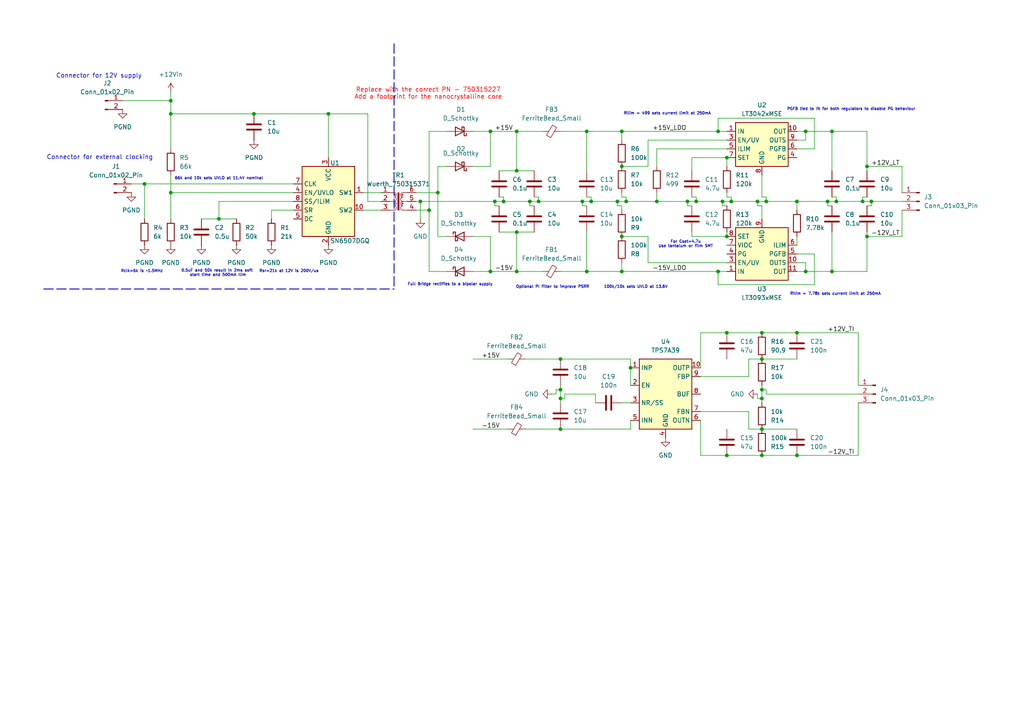
<source format=kicad_sch>
(kicad_sch (version 20231120) (generator "eeschema") (generator_version "8.0")
  (paper "A4")
  (lib_symbols
    (symbol "Connector:Conn_01x02_Pin" (pin_names (offset 1.016) hide)
      (property "Reference" "J" (at 0 2.54 0))
      (property "Value" "Conn_01x02_Pin" (at 0 -5.08 0))
      (symbol "Conn_01x02_Pin_1_1"
        (polyline (pts (xy 1.27 -2.54) (xy 0.8636 -2.54)) (stroke (width 0.1524)))
        (polyline (pts (xy 1.27 0) (xy 0.8636 0)) (stroke (width 0.1524)))
        (rectangle (start 0.8636 -2.413) (end 0 -2.667) (stroke (width 0.1524)) (fill (type outline)))
        (rectangle (start 0.8636 0.127) (end 0 -0.127) (stroke (width 0.1524)) (fill (type outline)))
        (pin passive line (at 5.08 0 180) (length 3.81) (name "Pin_1") (number "1"))
        (pin passive line (at 5.08 -2.54 180) (length 3.81) (name "Pin_2") (number "2"))
      )
    )
    (symbol "Connector:Conn_01x03_Pin" (pin_names (offset 1.016) hide)
      (property "Reference" "J" (at 0 5.08 0))
      (property "Value" "Conn_01x03_Pin" (at 0 -5.08 0))
      (symbol "Conn_01x03_Pin_1_1"
        (polyline (pts (xy 1.27 -2.54) (xy 0.8636 -2.54)) (stroke (width 0.1524)))
        (polyline (pts (xy 1.27 0) (xy 0.8636 0)) (stroke (width 0.1524)))
        (polyline (pts (xy 1.27 2.54) (xy 0.8636 2.54)) (stroke (width 0.1524)))
        (rectangle (start 0.8636 -2.413) (end 0 -2.667) (stroke (width 0.1524)) (fill (type outline)))
        (rectangle (start 0.8636 0.127) (end 0 -0.127) (stroke (width 0.1524)) (fill (type outline)))
        (rectangle (start 0.8636 2.667) (end 0 2.413) (stroke (width 0.1524)) (fill (type outline)))
        (pin passive line (at 5.08 2.54 180) (length 3.81) (name "Pin_1") (number "1"))
        (pin passive line (at 5.08 0 180) (length 3.81) (name "Pin_2") (number "2"))
        (pin passive line (at 5.08 -2.54 180) (length 3.81) (name "Pin_3") (number "3"))
      )
    )
    (symbol "Device:C" (pin_numbers hide) (pin_names (offset 0.254))
      (property "Reference" "C" (at 0.635 2.54 0))
      (property "Value" "C" (at 0.635 -2.54 0))
      (symbol "C_0_1"
        (polyline (pts (xy -2.032 -0.762) (xy 2.032 -0.762)) (stroke (width 0.508)))
        (polyline (pts (xy -2.032 0.762) (xy 2.032 0.762)) (stroke (width 0.508)))
      )
      (symbol "C_1_1"
        (pin passive line (at 0 3.81 270) (length 2.794) (name "~") (number "1"))
        (pin passive line (at 0 -3.81 90) (length 2.794) (name "~") (number "2"))
      )
    )
    (symbol "Device:D_Schottky" (pin_numbers hide) (pin_names (offset 1.016) hide)
      (property "Reference" "D" (at 0 2.54 0))
      (property "Value" "D_Schottky" (at 0 -2.54 0))
      (symbol "D_Schottky_0_1"
        (polyline (pts (xy 1.27 0) (xy -1.27 0)))
        (polyline (pts (xy 1.27 1.27) (xy 1.27 -1.27) (xy -1.27 0) (xy 1.27 1.27)) (stroke (width 0.254)))
        (polyline (pts (xy -1.905 0.635) (xy -1.905 1.27) (xy -1.27 1.27) (xy -1.27 -1.27) (xy -0.635 -1.27) (xy -0.635 -0.635)) (stroke (width 0.254)))
      )
      (symbol "D_Schottky_1_1"
        (pin passive line (at -3.81 0 0) (length 2.54) (name "K") (number "1"))
        (pin passive line (at 3.81 0 180) (length 2.54) (name "A") (number "2"))
      )
    )
    (symbol "Device:FerriteBead_Small" (pin_numbers hide) (pin_names (offset 0))
      (property "Reference" "FB" (at 1.905 1.27 0))
      (property "Value" "FerriteBead_Small" (at 1.905 -1.27 0))
      (symbol "FerriteBead_Small_0_1"
        (polyline (pts (xy 0 -1.27) (xy 0 -0.7874)))
        (polyline (pts (xy 0 0.889) (xy 0 1.2954)))
        (polyline (pts (xy -1.8288 0.2794) (xy -1.1176 1.4986) (xy 1.8288 -0.2032) (xy 1.1176 -1.4224) (xy -1.8288 0.2794)))
      )
      (symbol "FerriteBead_Small_1_1"
        (pin passive line (at 0 2.54 270) (length 1.27) (name "~") (number "1"))
        (pin passive line (at 0 -2.54 90) (length 1.27) (name "~") (number "2"))
      )
    )
    (symbol "Device:R" (pin_numbers hide) (pin_names (offset 0))
      (property "Reference" "R" (at 2.032 0 90))
      (property "Value" "R" (at 0 0 90))
      (symbol "R_0_1"
        (rectangle (start -1.016 -2.54) (end 1.016 2.54) (stroke (width 0.254)))
      )
      (symbol "R_1_1"
        (pin passive line (at 0 3.81 270) (length 1.27) (name "~") (number "1"))
        (pin passive line (at 0 -3.81 90) (length 1.27) (name "~") (number "2"))
      )
    )
    (symbol "Power_Management:SN6507DGQ"
      (property "Reference" "U" (at -6.35 10.16 0))
      (property "Value" "SN6507DGQ" (at 6.35 -10.16 0))
      (symbol "SN6507DGQ_0_1"
        (rectangle (start -7.62 10.16) (end 7.62 -10.16) (stroke (width 0.254)) (fill (type background)))
      )
      (symbol "SN6507DGQ_1_0"
        (pin input line (at -10.16 2.54 0) (length 2.54) (name "EN/UVLO") (number "4"))
        (pin passive line (at -10.16 -5.08 0) (length 2.54) (name "DC") (number "5"))
        (pin passive line (at -10.16 -2.54 0) (length 2.54) (name "SR") (number "6"))
        (pin passive line (at -10.16 0 0) (length 2.54) (name "SS/ILIM") (number "8"))
        (pin passive line (at 0 -12.7 90) (length 2.54) hide (name "GND") (number "9"))
      )
      (symbol "SN6507DGQ_1_1"
        (pin open_collector line (at 10.16 2.54 180) (length 2.54) (name "SW1") (number "1"))
        (pin open_collector line (at 10.16 -2.54 180) (length 2.54) (name "SW2") (number "10"))
        (pin power_in line (at 0 -12.7 90) (length 2.54) (name "GND") (number "2"))
        (pin power_in line (at 0 12.7 270) (length 2.54) (name "VCC") (number "3"))
        (pin input line (at -10.16 5.08 0) (length 2.54) (name "CLK") (number "7"))
      )
    )
    (symbol "Regulator_Linear:LT3042xMSE"
      (property "Reference" "U" (at -6.35 6.35 0))
      (property "Value" "LT3042xMSE" (at 1.27 6.35 0))
      (symbol "LT3042xMSE_0_1"
        (rectangle (start -7.62 5.08) (end 7.62 -7.62) (stroke (width 0.254)) (fill (type background)))
      )
      (symbol "LT3042xMSE_1_1"
        (pin power_in line (at -10.16 2.54 0) (length 2.54) (name "IN") (number "1"))
        (pin power_out line (at 10.16 2.54 180) (length 2.54) (name "OUT") (number "10"))
        (pin passive line (at 0 -10.16 90) (length 2.54) hide (name "GND") (number "11"))
        (pin passive line (at -10.16 2.54 0) (length 2.54) hide (name "IN") (number "2"))
        (pin input line (at -10.16 0 0) (length 2.54) (name "EN/UV") (number "3"))
        (pin open_collector line (at 10.16 -5.08 180) (length 2.54) (name "PG") (number "4"))
        (pin passive line (at -10.16 -2.54 0) (length 2.54) (name "ILIM") (number "5"))
        (pin input line (at 10.16 -2.54 180) (length 2.54) (name "PGFB") (number "6"))
        (pin passive line (at -10.16 -5.08 0) (length 2.54) (name "SET") (number "7"))
        (pin power_in line (at 0 -10.16 90) (length 2.54) (name "GND") (number "8"))
        (pin input line (at 10.16 0 180) (length 2.54) (name "OUTS") (number "9"))
      )
    )
    (symbol "Regulator_Linear:LT3093xMSE"
      (property "Reference" "U" (at -6.35 8.89 0))
      (property "Value" "LT3093xMSE" (at 1.27 8.89 0))
      (symbol "LT3093xMSE_0_0"
        (pin passive line (at 10.16 5.08 180) (length 2.54) hide (name "OUT") (number "12"))
        (pin passive line (at -10.16 5.08 0) (length 2.54) hide (name "IN") (number "13"))
      )
      (symbol "LT3093xMSE_0_1"
        (rectangle (start 7.62 7.62) (end -7.62 -7.62) (stroke (width 0.254)) (fill (type background)))
      )
      (symbol "LT3093xMSE_1_1"
        (pin power_in line (at -10.16 5.08 0) (length 2.54) (name "IN") (number "1"))
        (pin input line (at 10.16 2.54 180) (length 2.54) (name "OUTS") (number "10"))
        (pin power_out line (at 10.16 5.08 180) (length 2.54) (name "OUT") (number "11"))
        (pin passive line (at -10.16 5.08 0) (length 2.54) hide (name "IN") (number "2"))
        (pin input line (at -10.16 2.54 0) (length 2.54) (name "EN/UV") (number "3"))
        (pin open_collector line (at -10.16 0 0) (length 2.54) (name "PG") (number "4"))
        (pin input line (at 10.16 0 180) (length 2.54) (name "PGFB") (number "5"))
        (pin passive line (at 10.16 -2.54 180) (length 2.54) (name "ILIM") (number "6"))
        (pin passive line (at -10.16 -2.54 0) (length 2.54) (name "VIOC") (number "7"))
        (pin passive line (at -10.16 -5.08 0) (length 2.54) (name "SET") (number "8"))
        (pin power_in line (at 0 -10.16 90) (length 2.54) (name "GND") (number "9"))
      )
    )
    (symbol "Regulator_Linear:TPS7A39"
      (property "Reference" "U" (at 0 13.97 0))
      (property "Value" "TPS7A39" (at 0 11.43 0))
      (symbol "TPS7A39_1_1"
        (rectangle (start -7.62 10.16) (end 7.62 -10.16) (stroke (width 0.254)) (fill (type background)))
        (pin power_in line (at -10.16 7.62 0) (length 2.54) (name "INP") (number "1"))
        (pin power_out line (at 10.16 7.62 180) (length 2.54) (name "OUTP") (number "10"))
        (pin passive line (at 0 -12.7 90) (length 2.54) hide (name "GND") (number "11"))
        (pin input line (at -10.16 2.54 0) (length 2.54) (name "EN") (number "2"))
        (pin passive line (at -10.16 -2.54 0) (length 2.54) (name "NR/SS") (number "3"))
        (pin power_in line (at 0 -12.7 90) (length 2.54) (name "GND") (number "4"))
        (pin power_in line (at -10.16 -7.62 0) (length 2.54) (name "INN") (number "5"))
        (pin power_out line (at 10.16 -7.62 180) (length 2.54) (name "OUTN") (number "6"))
        (pin input line (at 10.16 -5.08 180) (length 2.54) (name "FBN") (number "7"))
        (pin output line (at 10.16 0 180) (length 2.54) (name "BUF") (number "8"))
        (pin input line (at 10.16 5.08 180) (length 2.54) (name "FBP") (number "9"))
      )
    )
    (symbol "Transformer:Wuerth_750315371"
      (property "Reference" "TR" (at 0 5.08 0))
      (property "Value" "Wuerth_750315371" (at 0 -5.08 0))
      (symbol "Wuerth_750315371_0_1"
        (arc (start -1.27 -2.54) (mid -0.6377 -1.905) (end -1.27 -1.27))
        (arc (start -1.27 -1.27) (mid -0.6377 -0.635) (end -1.27 0))
        (rectangle (start -0.254 2.54) (end 0.254 -2.54) (stroke (width 0.0254)) (fill (type outline)))
        (polyline (pts (xy -2.54 -2.54) (xy -1.27 -2.54)))
        (polyline (pts (xy -2.54 0) (xy -1.27 0)))
        (polyline (pts (xy -2.54 2.54) (xy -1.27 2.54)))
        (polyline (pts (xy 1.27 -2.54) (xy 2.54 -2.54)))
        (polyline (pts (xy 1.27 0) (xy 2.54 0)))
        (polyline (pts (xy 1.27 2.54) (xy 2.54 2.54)))
      )
      (symbol "Wuerth_750315371_1_1"
        (arc (start -1.27 0) (mid -0.6377 0.635) (end -1.27 1.27))
        (arc (start -1.27 1.27) (mid -0.6377 1.905) (end -1.27 2.54))
        (circle (center -1.143 -0.635) (radius 0.127) (stroke (width 0.254)))
        (circle (center -1.143 1.905) (radius 0.127) (stroke (width 0.254)))
        (circle (center 1.143 -0.635) (radius 0.127) (stroke (width 0.254)))
        (circle (center 1.143 1.905) (radius 0.127) (stroke (width 0.254)))
        (arc (start 1.27 -1.27) (mid 0.6377 -1.905) (end 1.27 -2.54))
        (arc (start 1.27 0) (mid 0.6377 -0.635) (end 1.27 -1.27))
        (arc (start 1.27 1.27) (mid 0.6377 0.635) (end 1.27 0))
        (arc (start 1.27 2.54) (mid 0.6377 1.905) (end 1.27 1.27))
        (pin passive line (at -5.08 2.54 0) (length 2.54) (name "~") (number "1"))
        (pin passive line (at -5.08 0 0) (length 2.54) (name "~") (number "2"))
        (pin passive line (at -5.08 -2.54 0) (length 2.54) (name "~") (number "3"))
        (pin passive line (at 5.08 -2.54 180) (length 2.54) (name "~") (number "4"))
        (pin passive line (at 5.08 0 180) (length 2.54) (name "~") (number "5"))
        (pin passive line (at 5.08 2.54 180) (length 2.54) (name "~") (number "6"))
      )
    )
    (symbol "power:+12V" (power) (pin_numbers hide) (pin_names (offset 0) hide)
      (property "Value" "+12V" (at 0 3.556 0))
      (symbol "+12V_0_1"
        (polyline (pts (xy -0.762 1.27) (xy 0 2.54)))
        (polyline (pts (xy 0 0) (xy 0 2.54)))
        (polyline (pts (xy 0 2.54) (xy 0.762 1.27)))
      )
      (symbol "+12V_1_1"
        (pin power_in line (at 0 0 90) (length 0) (name "~") (number "1"))
      )
    )
    (symbol "power:GND" (power) (pin_numbers hide) (pin_names (offset 0) hide)
      (property "Value" "GND" (at 0 -3.81 0))
      (symbol "GND_0_1"
        (polyline (pts (xy 0 0) (xy 0 -1.27) (xy 1.27 -1.27) (xy 0 -2.54) (xy -1.27 -1.27) (xy 0 -1.27)))
      )
      (symbol "GND_1_1"
        (pin power_in line (at 0 0 270) (length 0) (name "~") (number "1"))
      )
    )
  )
  (junction (at 63.5 63.5))
  (junction (at 220.98 96.52))
  (junction (at 121.92 58.42))
  (junction (at 222.25 58.42))
  (junction (at 201.93 58.42))
  (junction (at 49.53 33.02))
  (junction (at 208.28 38.1))
  (junction (at 250.19 58.42))
  (junction (at 149.86 38.1))
  (junction (at 49.53 55.88))
  (junction (at 212.09 58.42))
  (junction (at 208.28 78.74))
  (junction (at 41.91 53.34))
  (junction (at 170.18 38.1))
  (junction (at 242.57 58.42))
  (junction (at 149.86 78.74))
  (junction (at 220.98 115.57))
  (junction (at 182.88 106.68))
  (junction (at 219.71 58.42))
  (junction (at 209.55 58.42))
  (junction (at 179.07 58.42))
  (junction (at 142.24 38.1))
  (junction (at 251.46 48.26))
  (junction (at 143.51 58.42))
  (junction (at 170.18 78.74))
  (junction (at 220.98 104.14))
  (junction (at 180.34 48.26))
  (junction (at 220.98 113.03))
  (junction (at 149.86 67.31))
  (junction (at 149.86 49.53))
  (junction (at 241.3 78.74))
  (junction (at 220.98 124.46))
  (junction (at 220.98 132.08))
  (junction (at 171.45 58.42))
  (junction (at 252.73 58.42))
  (junction (at 233.68 38.1))
  (junction (at 231.14 132.08))
  (junction (at 162.56 113.03))
  (junction (at 162.56 124.46))
  (junction (at 210.82 68.58))
  (junction (at 231.14 96.52))
  (junction (at 190.5 58.42))
  (junction (at 127 55.88))
  (junction (at 210.82 96.52))
  (junction (at 240.03 58.42))
  (junction (at 162.56 115.57))
  (junction (at 95.25 33.02))
  (junction (at 233.68 78.74))
  (junction (at 73.66 33.02))
  (junction (at 180.34 78.74))
  (junction (at 168.91 58.42))
  (junction (at 156.21 58.42))
  (junction (at 142.24 78.74))
  (junction (at 124.46 60.96))
  (junction (at 146.05 58.42))
  (junction (at 180.34 68.58))
  (junction (at 153.67 58.42))
  (junction (at 180.34 38.1))
  (junction (at 210.82 132.08))
  (junction (at 231.14 58.42))
  (junction (at 251.46 68.58))
  (junction (at 199.39 58.42))
  (junction (at 210.82 45.72))
  (junction (at 181.61 58.42))
  (junction (at 162.56 104.14))
  (junction (at 241.3 38.1))
  (junction (at 49.53 29.21))
  (wire (pts (xy 180.34 38.1) (xy 208.28 38.1)))
  (wire (pts (xy 248.92 114.3) (xy 222.25 114.3)))
  (wire (pts (xy 212.09 58.42) (xy 219.71 58.42)))
  (wire (pts (xy 162.56 78.74) (xy 170.18 78.74)))
  (wire (pts (xy 231.14 132.08) (xy 248.92 132.08)))
  (wire (pts (xy 219.71 115.57) (xy 219.71 114.3)))
  (wire (pts (xy 241.3 38.1) (xy 241.3 49.53)))
  (wire (pts (xy 241.3 78.74) (xy 233.68 78.74)))
  (wire (pts (xy 120.65 60.96) (xy 124.46 60.96)))
  (wire (pts (xy 149.86 38.1) (xy 149.86 49.53)))
  (wire (pts (xy 217.17 119.38) (xy 217.17 124.46)))
  (wire (pts (xy 146.05 57.15) (xy 146.05 58.42)))
  (wire (pts (xy 203.2 121.92) (xy 203.2 132.08)))
  (wire (pts (xy 127 48.26) (xy 129.54 48.26)))
  (wire (pts (xy 190.5 43.18) (xy 190.5 48.26)))
  (wire (pts (xy 170.18 38.1) (xy 180.34 38.1)))
  (wire (pts (xy 127 55.88) (xy 120.65 55.88)))
  (wire (pts (xy 217.17 124.46) (xy 220.98 124.46)))
  (wire (pts (xy 149.86 67.31) (xy 149.86 78.74)))
  (wire (pts (xy 49.53 55.88) (xy 85.09 55.88)))
  (wire (pts (xy 210.82 43.18) (xy 190.5 43.18)))
  (wire (pts (xy 210.82 45.72) (xy 210.82 48.26)))
  (wire (pts (xy 233.68 78.74) (xy 231.14 78.74)))
  (wire (pts (xy 210.82 96.52) (xy 220.98 96.52)))
  (wire (pts (xy 181.61 58.42) (xy 190.5 58.42)))
  (wire (pts (xy 38.1 53.34) (xy 41.91 53.34)))
  (wire (pts (xy 170.18 78.74) (xy 180.34 78.74)))
  (wire (pts (xy 181.61 57.15) (xy 181.61 58.42)))
  (wire (pts (xy 236.22 43.18) (xy 236.22 34.29)))
  (wire (pts (xy 209.55 58.42) (xy 212.09 58.42)))
  (wire (pts (xy 190.5 55.88) (xy 190.5 58.42)))
  (wire (pts (xy 222.25 58.42) (xy 231.14 58.42)))
  (wire (pts (xy 179.07 59.69) (xy 179.07 58.42)))
  (wire (pts (xy 236.22 34.29) (xy 208.28 34.29)))
  (wire (pts (xy 241.3 67.31) (xy 241.3 78.74)))
  (wire (pts (xy 200.66 68.58) (xy 210.82 68.58)))
  (wire (pts (xy 203.2 132.08) (xy 210.82 132.08)))
  (wire (pts (xy 95.25 33.02) (xy 95.25 45.72)))
  (wire (pts (xy 156.21 58.42) (xy 168.91 58.42)))
  (wire (pts (xy 251.46 78.74) (xy 241.3 78.74)))
  (wire (pts (xy 124.46 78.74) (xy 129.54 78.74)))
  (wire (pts (xy 106.68 58.42) (xy 106.68 33.02)))
  (wire (pts (xy 240.03 59.69) (xy 241.3 59.69)))
  (wire (pts (xy 171.45 58.42) (xy 179.07 58.42)))
  (wire (pts (xy 110.49 58.42) (xy 106.68 58.42)))
  (wire (pts (xy 180.34 76.2) (xy 180.34 78.74)))
  (wire (pts (xy 208.28 34.29) (xy 208.28 38.1)))
  (wire (pts (xy 180.34 40.64) (xy 180.34 38.1)))
  (wire (pts (xy 200.66 45.72) (xy 200.66 49.53)))
  (wire (pts (xy 231.14 58.42) (xy 240.03 58.42)))
  (wire (pts (xy 127 55.88) (xy 127 68.58)))
  (wire (pts (xy 251.46 68.58) (xy 261.62 68.58)))
  (wire (pts (xy 153.67 58.42) (xy 156.21 58.42)))
  (wire (pts (xy 137.16 78.74) (xy 142.24 78.74)))
  (wire (pts (xy 240.03 58.42) (xy 242.57 58.42)))
  (wire (pts (xy 217.17 104.14) (xy 220.98 104.14)))
  (wire (pts (xy 236.22 82.55) (xy 208.28 82.55)))
  (wire (pts (xy 201.93 57.15) (xy 200.66 57.15)))
  (wire (pts (xy 35.56 29.21) (xy 49.53 29.21)))
  (wire (pts (xy 201.93 57.15) (xy 201.93 58.42)))
  (wire (pts (xy 231.14 58.42) (xy 231.14 60.96)))
  (wire (pts (xy 220.98 50.8) (xy 220.98 57.15)))
  (wire (pts (xy 219.71 59.69) (xy 219.71 58.42)))
  (wire (pts (xy 187.96 76.2) (xy 187.96 68.58)))
  (wire (pts (xy 217.17 109.22) (xy 217.17 104.14)))
  (wire (pts (xy 252.73 58.42) (xy 261.62 58.42)))
  (wire (pts (xy 168.91 58.42) (xy 171.45 58.42)))
  (wire (pts (xy 200.66 67.31) (xy 200.66 68.58)))
  (wire (pts (xy 95.25 33.02) (xy 106.68 33.02)))
  (wire (pts (xy 121.92 58.42) (xy 143.51 58.42)))
  (wire (pts (xy 137.16 68.58) (xy 142.24 68.58)))
  (wire (pts (xy 162.56 116.84) (xy 162.56 115.57)))
  (wire (pts (xy 231.14 40.64) (xy 233.68 40.64)))
  (wire (pts (xy 220.98 111.76) (xy 220.98 113.03)))
  (wire (pts (xy 212.09 57.15) (xy 212.09 58.42)))
  (wire (pts (xy 85.09 58.42) (xy 63.5 58.42)))
  (wire (pts (xy 120.65 58.42) (xy 121.92 58.42)))
  (wire (pts (xy 163.83 114.3) (xy 172.72 114.3)))
  (wire (pts (xy 208.28 78.74) (xy 210.82 78.74)))
  (wire (pts (xy 162.56 113.03) (xy 162.56 115.57)))
  (wire (pts (xy 144.78 49.53) (xy 149.86 49.53)))
  (wire (pts (xy 222.25 57.15) (xy 222.25 58.42)))
  (wire (pts (xy 220.98 124.46) (xy 231.14 124.46)))
  (wire (pts (xy 172.72 116.84) (xy 172.72 114.3)))
  (wire (pts (xy 162.56 38.1) (xy 170.18 38.1)))
  (wire (pts (xy 49.53 29.21) (xy 49.53 33.02)))
  (wire (pts (xy 179.07 59.69) (xy 180.34 59.69)))
  (wire (pts (xy 199.39 58.42) (xy 201.93 58.42)))
  (wire (pts (xy 220.98 132.08) (xy 231.14 132.08)))
  (wire (pts (xy 146.05 58.42) (xy 153.67 58.42)))
  (wire (pts (xy 143.51 58.42) (xy 146.05 58.42)))
  (wire (pts (xy 142.24 78.74) (xy 142.24 68.58)))
  (wire (pts (xy 251.46 49.53) (xy 251.46 48.26)))
  (wire (pts (xy 121.92 58.42) (xy 121.92 63.5)))
  (wire (pts (xy 220.98 57.15) (xy 222.25 57.15)))
  (wire (pts (xy 124.46 38.1) (xy 124.46 60.96)))
  (wire (pts (xy 143.51 59.69) (xy 143.51 58.42)))
  (wire (pts (xy 203.2 96.52) (xy 210.82 96.52)))
  (wire (pts (xy 161.29 113.03) (xy 162.56 113.03)))
  (wire (pts (xy 170.18 67.31) (xy 170.18 78.74)))
  (wire (pts (xy 78.74 60.96) (xy 85.09 60.96)))
  (wire (pts (xy 124.46 60.96) (xy 124.46 78.74)))
  (wire (pts (xy 219.71 58.42) (xy 222.25 58.42)))
  (wire (pts (xy 203.2 109.22) (xy 217.17 109.22)))
  (wire (pts (xy 49.53 50.8) (xy 49.53 55.88)))
  (wire (pts (xy 144.78 67.31) (xy 149.86 67.31)))
  (wire (pts (xy 251.46 38.1) (xy 241.3 38.1)))
  (wire (pts (xy 180.34 116.84) (xy 182.88 116.84)))
  (wire (pts (xy 163.83 115.57) (xy 162.56 115.57)))
  (wire (pts (xy 251.46 67.31) (xy 251.46 68.58)))
  (wire (pts (xy 248.92 116.84) (xy 248.92 132.08)))
  (wire (pts (xy 160.02 114.3) (xy 161.29 114.3)))
  (wire (pts (xy 142.24 38.1) (xy 142.24 48.26)))
  (wire (pts (xy 149.86 67.31) (xy 154.94 67.31)))
  (wire (pts (xy 180.34 59.69) (xy 180.34 60.96)))
  (wire (pts (xy 110.49 55.88) (xy 105.41 55.88)))
  (wire (pts (xy 179.07 58.42) (xy 181.61 58.42)))
  (wire (pts (xy 127 68.58) (xy 129.54 68.58)))
  (wire (pts (xy 156.21 57.15) (xy 154.94 57.15)))
  (wire (pts (xy 162.56 104.14) (xy 182.88 104.14)))
  (wire (pts (xy 231.14 38.1) (xy 233.68 38.1)))
  (wire (pts (xy 153.67 59.69) (xy 153.67 58.42)))
  (wire (pts (xy 252.73 59.69) (xy 252.73 58.42)))
  (wire (pts (xy 162.56 113.03) (xy 162.56 111.76)))
  (wire (pts (xy 142.24 38.1) (xy 149.86 38.1)))
  (wire (pts (xy 240.03 59.69) (xy 240.03 58.42)))
  (wire (pts (xy 182.88 106.68) (xy 182.88 111.76)))
  (wire (pts (xy 231.14 73.66) (xy 236.22 73.66)))
  (wire (pts (xy 162.56 124.46) (xy 182.88 124.46)))
  (wire (pts (xy 236.22 73.66) (xy 236.22 82.55)))
  (wire (pts (xy 78.74 63.5) (xy 78.74 60.96)))
  (wire (pts (xy 220.98 96.52) (xy 231.14 96.52)))
  (wire (pts (xy 201.93 58.42) (xy 209.55 58.42)))
  (wire (pts (xy 220.98 115.57) (xy 220.98 116.84)))
  (wire (pts (xy 199.39 58.42) (xy 199.39 59.69)))
  (wire (pts (xy 250.19 57.15) (xy 250.19 58.42)))
  (wire (pts (xy 152.4 124.46) (xy 162.56 124.46)))
  (wire (pts (xy 153.67 59.69) (xy 154.94 59.69)))
  (wire (pts (xy 252.73 59.69) (xy 251.46 59.69)))
  (wire (pts (xy 220.98 113.03) (xy 222.25 113.03)))
  (wire (pts (xy 210.82 57.15) (xy 210.82 55.88)))
  (wire (pts (xy 137.16 124.46) (xy 147.32 124.46)))
  (wire (pts (xy 58.42 63.5) (xy 63.5 63.5)))
  (wire (pts (xy 187.96 68.58) (xy 180.34 68.58)))
  (wire (pts (xy 242.57 57.15) (xy 242.57 58.42)))
  (wire (pts (xy 261.62 60.96) (xy 261.62 68.58)))
  (wire (pts (xy 231.14 96.52) (xy 248.92 96.52)))
  (wire (pts (xy 220.98 63.5) (xy 220.98 59.69)))
  (wire (pts (xy 63.5 63.5) (xy 68.58 63.5)))
  (wire (pts (xy 149.86 78.74) (xy 157.48 78.74)))
  (polyline (pts (xy 12.7 83.82) (xy 114.3 83.82)) (stroke (width 0.25) (type dash)))
  (wire (pts (xy 152.4 104.14) (xy 162.56 104.14)))
  (wire (pts (xy 233.68 40.64) (xy 233.68 38.1)))
  (wire (pts (xy 180.34 78.74) (xy 208.28 78.74)))
  (wire (pts (xy 251.46 48.26) (xy 251.46 38.1)))
  (wire (pts (xy 181.61 57.15) (xy 180.34 57.15)))
  (wire (pts (xy 129.54 38.1) (xy 124.46 38.1)))
  (wire (pts (xy 170.18 38.1) (xy 170.18 49.53)))
  (wire (pts (xy 231.14 43.18) (xy 236.22 43.18)))
  (wire (pts (xy 49.53 55.88) (xy 49.53 63.5)))
  (wire (pts (xy 242.57 57.15) (xy 241.3 57.15)))
  (wire (pts (xy 182.88 124.46) (xy 182.88 121.92)))
  (wire (pts (xy 219.71 115.57) (xy 220.98 115.57)))
  (wire (pts (xy 203.2 119.38) (xy 217.17 119.38)))
  (wire (pts (xy 168.91 59.69) (xy 168.91 58.42)))
  (wire (pts (xy 233.68 76.2) (xy 233.68 78.74)))
  (polyline (pts (xy 114.3 12.7) (xy 114.3 83.82)) (stroke (width 0.25) (type dash)))
  (wire (pts (xy 212.09 57.15) (xy 210.82 57.15)))
  (wire (pts (xy 41.91 63.5) (xy 41.91 53.34)))
  (wire (pts (xy 250.19 57.15) (xy 251.46 57.15)))
  (wire (pts (xy 210.82 76.2) (xy 187.96 76.2)))
  (wire (pts (xy 180.34 57.15) (xy 180.34 55.88)))
  (wire (pts (xy 242.57 58.42) (xy 250.19 58.42)))
  (wire (pts (xy 161.29 114.3) (xy 161.29 113.03)))
  (wire (pts (xy 250.19 58.42) (xy 252.73 58.42)))
  (wire (pts (xy 210.82 45.72) (xy 200.66 45.72)))
  (wire (pts (xy 210.82 67.31) (xy 210.82 68.58)))
  (wire (pts (xy 220.98 59.69) (xy 219.71 59.69)))
  (wire (pts (xy 146.05 57.15) (xy 144.78 57.15)))
  (wire (pts (xy 220.98 113.03) (xy 220.98 115.57)))
  (wire (pts (xy 248.92 111.76) (xy 248.92 96.52)))
  (wire (pts (xy 49.53 26.67) (xy 49.53 29.21)))
  (wire (pts (xy 187.96 40.64) (xy 187.96 48.26)))
  (wire (pts (xy 210.82 40.64) (xy 187.96 40.64)))
  (wire (pts (xy 143.51 59.69) (xy 144.78 59.69)))
  (wire (pts (xy 251.46 48.26) (xy 261.62 48.26)))
  (wire (pts (xy 182.88 104.14) (xy 182.88 106.68)))
  (wire (pts (xy 209.55 59.69) (xy 210.82 59.69)))
  (wire (pts (xy 231.14 71.12) (xy 231.14 68.58)))
  (wire (pts (xy 220.98 104.14) (xy 231.14 104.14)))
  (wire (pts (xy 190.5 58.42) (xy 199.39 58.42)))
  (wire (pts (xy 210.82 132.08) (xy 220.98 132.08)))
  (wire (pts (xy 156.21 57.15) (xy 156.21 58.42)))
  (wire (pts (xy 222.25 114.3) (xy 222.25 113.03)))
  (wire (pts (xy 127 48.26) (xy 127 55.88)))
  (wire (pts (xy 41.91 53.34) (xy 85.09 53.34)))
  (wire (pts (xy 261.62 55.88) (xy 261.62 48.26)))
  (wire (pts (xy 168.91 59.69) (xy 170.18 59.69)))
  (wire (pts (xy 63.5 58.42) (xy 63.5 63.5)))
  (wire (pts (xy 137.16 104.14) (xy 147.32 104.14)))
  (wire (pts (xy 209.55 59.69) (xy 209.55 58.42)))
  (wire (pts (xy 49.53 43.18) (xy 49.53 33.02)))
  (wire (pts (xy 171.45 57.15) (xy 171.45 58.42)))
  (wire (pts (xy 231.14 76.2) (xy 233.68 76.2)))
  (wire (pts (xy 203.2 106.68) (xy 203.2 96.52)))
  (wire (pts (xy 149.86 38.1) (xy 157.48 38.1)))
  (wire (pts (xy 137.16 38.1) (xy 142.24 38.1)))
  (wire (pts (xy 251.46 68.58) (xy 251.46 78.74)))
  (wire (pts (xy 187.96 48.26) (xy 180.34 48.26)))
  (wire (pts (xy 49.53 33.02) (xy 73.66 33.02)))
  (wire (pts (xy 137.16 48.26) (xy 142.24 48.26)))
  (wire (pts (xy 142.24 78.74) (xy 149.86 78.74)))
  (wire (pts (xy 208.28 82.55) (xy 208.28 78.74)))
  (wire (pts (xy 208.28 38.1) (xy 210.82 38.1)))
  (wire (pts (xy 149.86 49.53) (xy 154.94 49.53)))
  (wire (pts (xy 73.66 33.02) (xy 95.25 33.02)))
  (wire (pts (xy 171.45 57.15) (xy 170.18 57.15)))
  (wire (pts (xy 110.49 60.96) (xy 105.41 60.96)))
  (wire (pts (xy 233.68 38.1) (xy 241.3 38.1)))
  (wire (pts (xy 163.83 114.3) (xy 163.83 115.57)))
  (wire (pts (xy 199.39 59.69) (xy 200.66 59.69)))
  (text "Optional PI filter to improve PSRR" (at 160.274 83.312 0) (effects (font (size 0.8 0.8))))
  (text "66k and 10k sets UVLO at 11.4V nominal" (at 63.5 51.816 0) (effects (font (size 0.8 0.8))))
  (text "Replace with the correct PN - 750315227\nAdd a footprint for the nanocrystalline core" (at 124.206 27.178 0) (effects (font (size 1.27 1.27))))
  (text "Connector for 12V supply" (at 28.702 22.098 0) (effects (font (size 1.27 1.27))))
  (text "Rilim = 7.78k sets current limit at 250mA" (at 242.316 85.344 0) (effects (font (size 0.8 0.8))))
  (text "Connector for external clocking" (at 28.956 45.72 0) (effects (font (size 1.27 1.27))))
  (text "Rclk=6k is ~1.5MHz" (at 41.148 78.74 0) (effects (font (size 0.8 0.8))))
  (text "Full Bridge rectifies to a bipolar supply" (at 130.556 82.55 0) (effects (font (size 0.8 0.8))))
  (text "PGFB tied to IN for both regulators to disable PG behaviour" (at 246.888 31.75 0) (effects (font (size 0.8 0.8))))
  (text "100k/10k sets UVLO at 13.6V" (at 184.404 83.312 0) (effects (font (size 0.8 0.8))))
  (text "Rsr=21k at 12V is 200V/us" (at 83.82 78.74 0) (effects (font (size 0.8 0.8))))
  (text "0.5uF and 50k result in 2ms soft \nstart time and 500mA Ilim" (at 63.246 79.248 0) (effects (font (size 0.8 0.8))))
  (text "For Cset=4.7u\nUse tantalum or film SMT" (at 198.882 70.866 0) (effects (font (size 0.8 0.8))))
  (text "Rilim = 499 sets current limit at 250mA" (at 193.548 33.02 0) (effects (font (size 0.8 0.8))))
  (label "+15V_LDO" (at 189.23 38.1 0))
  (label "+15V" (at 139.7 104.14 0))
  (label "-15V_LDO" (at 189.23 78.74 0))
  (label "-15V" (at 143.51 78.74 0))
  (label "+12V_TI" (at 240.03 96.52 0))
  (label "-12V_LT" (at 252.73 68.58 0))
  (label "+12V_LT" (at 252.73 48.26 0))
  (label "+15V" (at 143.51 38.1 0))
  (label "-15V" (at 139.7 124.46 0))
  (label "-12V_TI" (at 240.03 132.08 0))
  (symbol (lib_id "Device:C") (at 231.14 100.33 0) (unit 1)
    (property "Reference" "C21" (at 234.95 99.0599 0) (effects (justify left)))
    (property "Value" "100n" (at 234.95 101.5999 0) (effects (justify left)))
    (property "Description" "Unpolarized capacitor" (effects (hide yes)))
  )
  (symbol (lib_id "Device:D_Schottky") (at 133.35 48.26 180) (unit 1)
    (property "Reference" "D2" (at 133.6675 43.18 0))
    (property "Value" "D_Schottky" (at 133.6675 44.45 0))
    (property "Description" "Schottky diode" (effects (hide yes)))
  )
  (symbol (lib_id "Device:C") (at 210.82 128.27 0) (unit 1)
    (property "Reference" "C15" (at 214.63 126.9999 0) (effects (justify left)))
    (property "Value" "47u" (at 214.63 129.5399 0) (effects (justify left)))
    (property "Description" "Unpolarized capacitor" (effects (hide yes)))
  )
  (symbol (lib_id "Device:C") (at 162.56 107.95 0) (unit 1)
    (property "Reference" "C18" (at 166.37 106.6799 0) (effects (justify left)))
    (property "Value" "10u" (at 166.37 109.2199 0) (effects (justify left)))
    (property "Description" "Unpolarized capacitor" (effects (hide yes)))
  )
  (symbol (lib_id "Device:R") (at 180.34 64.77 0) (mirror x) (unit 1)
    (property "Reference" "R9" (at 182.88 66.0401 0) (effects (justify left)))
    (property "Value" "10k" (at 182.88 63.5001 0) (effects (justify left)))
    (property "Description" "Resistor" (effects (hide yes)))
  )
  (symbol (lib_id "power:+12V") (at 49.53 26.67 0) (unit 1)
    (property "Reference" "#PWR08" (effects (hide yes)))
    (property "Value" "+12Vin" (at 49.53 21.59 0))
    (property "Description" "Power symbol creates a global label with name \"+12V\"" (effects (hide yes)))
  )
  (symbol (lib_id "Device:C") (at 200.66 53.34 0) (unit 1)
    (property "Reference" "C11" (at 204.47 52.0699 0) (effects (justify left)))
    (property "Value" "4.7u" (at 204.47 54.6099 0) (effects (justify left)))
    (property "Description" "Unpolarized capacitor" (effects (hide yes)))
  )
  (symbol (lib_id "Device:C") (at 144.78 53.34 0) (unit 1)
    (property "Reference" "C6" (at 148.59 52.0699 0) (effects (justify left)))
    (property "Value" "0.1u" (at 148.59 54.6099 0) (effects (justify left)))
    (property "Description" "Unpolarized capacitor" (effects (hide yes)))
  )
  (symbol (lib_id "Device:C") (at 251.46 63.5 0) (unit 1)
    (property "Reference" "C10" (at 255.27 62.2299 0) (effects (justify left)))
    (property "Value" "10u" (at 255.27 64.7699 0) (effects (justify left)))
    (property "Description" "Unpolarized capacitor" (effects (hide yes)))
  )
  (symbol (lib_id "Device:D_Schottky") (at 133.35 38.1 180) (unit 1)
    (property "Reference" "D1" (at 133.6675 31.75 0))
    (property "Value" "D_Schottky" (at 133.6675 34.29 0))
    (property "Description" "Schottky diode" (effects (hide yes)))
  )
  (symbol (lib_id "power:GND") (at 193.04 127 0) (unit 1)
    (property "Reference" "#PWR012" (effects (hide yes)))
    (property "Value" "GND" (at 193.04 132.08 0))
    (property "Description" "Power symbol creates a global label with name \"GND\" , ground" (effects (hide yes)))
  )
  (symbol (lib_id "power:GND") (at 68.58 71.12 0) (unit 1)
    (property "Reference" "#PWR05" (effects (hide yes)))
    (property "Value" "PGND" (at 68.58 76.2 0))
    (property "Description" "Power symbol creates a global label with name \"GND\" , ground" (effects (hide yes)))
  )
  (symbol (lib_id "Device:R") (at 210.82 63.5 0) (unit 1)
    (property "Reference" "R13" (at 213.36 62.2299 0) (effects (justify left)))
    (property "Value" "120k" (at 213.36 64.7699 0) (effects (justify left)))
    (property "Description" "Resistor" (effects (hide yes)))
  )
  (symbol (lib_id "Device:R") (at 231.14 64.77 180) (unit 1)
    (property "Reference" "R10" (at 233.68 63.4999 0) (effects (justify right)))
    (property "Value" "7.78k" (at 233.68 66.0399 0) (effects (justify right)))
    (property "Description" "Resistor" (effects (hide yes)))
  )
  (symbol (lib_id "power:GND") (at 219.71 114.3 270) (unit 1)
    (property "Reference" "#PWR014" (effects (hide yes)))
    (property "Value" "GND" (at 215.9 114.2999 90) (effects (justify right)))
    (property "Description" "Power symbol creates a global label with name \"GND\" , ground" (effects (hide yes)))
  )
  (symbol (lib_id "Regulator_Linear:LT3042xMSE") (at 220.98 40.64 0) (unit 1)
    (property "Reference" "U2" (at 220.98 30.48 0))
    (property "Value" "LT3042xMSE" (at 220.98 33.02 0))
    (property "Footprint" "Package_SO:MSOP-10-1EP_3x3mm_P0.5mm_EP1.68x1.88mm" (effects (hide yes)))
    (property "Datasheet" "https://www.analog.com/media/en/technical-documentation/data-sheets/3042fb.pdf" (effects (hide yes)))
    (property "Description" "200mA, Adjustable, Ultralow Noise, Ultrahigh PSRR RF Linear Regulator, MSOP-10" (effects (hide yes)))
  )
  (symbol (lib_id "power:GND") (at 95.25 71.12 0) (unit 1)
    (property "Reference" "#PWR07" (effects (hide yes)))
    (property "Value" "PGND" (at 95.25 76.2 0))
    (property "Description" "Power symbol creates a global label with name \"GND\" , ground" (effects (hide yes)))
  )
  (symbol (lib_id "Device:R") (at 220.98 128.27 0) (mirror x) (unit 1)
    (property "Reference" "R15" (at 223.52 129.5401 0) (effects (justify left)))
    (property "Value" "100k" (at 223.52 127.0001 0) (effects (justify left)))
    (property "Description" "Resistor" (effects (hide yes)))
  )
  (symbol (lib_id "power:GND") (at 121.92 63.5 0) (unit 1)
    (property "Reference" "#PWR011" (effects (hide yes)))
    (property "Value" "GND" (at 121.92 68.58 0))
    (property "Description" "Power symbol creates a global label with name \"GND\" , ground" (effects (hide yes)))
  )
  (symbol (lib_id "Device:C") (at 210.82 100.33 0) (unit 1)
    (property "Reference" "C16" (at 214.63 99.0599 0) (effects (justify left)))
    (property "Value" "47u" (at 214.63 101.5999 0) (effects (justify left)))
    (property "Description" "Unpolarized capacitor" (effects (hide yes)))
  )
  (symbol (lib_id "Device:FerriteBead_Small") (at 149.86 124.46 90) (unit 1)
    (property "Reference" "FB4" (at 149.8219 118.11 90))
    (property "Value" "FerriteBead_Small" (at 149.8219 120.65 90))
    (property "Description" "Ferrite bead, small symbol" (effects (hide yes)))
  )
  (symbol (lib_id "Device:R") (at 210.82 52.07 0) (unit 1)
    (property "Reference" "R11" (at 213.36 50.7999 0) (effects (justify left)))
    (property "Value" "120k" (at 213.36 53.3399 0) (effects (justify left)))
    (property "Description" "Resistor" (effects (hide yes)))
  )
  (symbol (lib_id "Device:R") (at 180.34 52.07 0) (unit 1)
    (property "Reference" "R7" (at 182.88 50.7999 0) (effects (justify left)))
    (property "Value" "10k" (at 182.88 53.3399 0) (effects (justify left)))
    (property "Description" "Resistor" (effects (hide yes)))
  )
  (symbol (lib_id "Device:R") (at 220.98 120.65 0) (mirror x) (unit 1)
    (property "Reference" "R14" (at 223.52 121.9201 0) (effects (justify left)))
    (property "Value" "10k" (at 223.52 119.3801 0) (effects (justify left)))
    (property "Description" "Resistor" (effects (hide yes)))
  )
  (symbol (lib_id "Power_Management:SN6507DGQ") (at 95.25 58.42 0) (unit 1)
    (property "Reference" "U1" (at 95.758 47.244 0) (effects (justify left)))
    (property "Value" "SN6507DGQ" (at 95.758 69.85 0) (effects (justify left)))
    (property "Footprint" "Package_SO:HVSSOP-10-1EP_3x3mm_P0.5mm_EP1.57x1.88mm" (effects (hide yes)))
    (property "Datasheet" "http://www.ti.com/lit/ds/symlink/sn6507.pdf" (effects (hide yes)))
    (property "Description" "Low Noise, 0.5A, spread spectrum 36V Push-Pull-Transformer Drivers for Isolated Power Supplies, HVSSOP-10" (effects (hide yes)))
  )
  (symbol (lib_id "Device:R") (at 190.5 52.07 180) (unit 1)
    (property "Reference" "R12" (at 193.04 50.7999 0) (effects (justify right)))
    (property "Value" "499" (at 193.04 53.3399 0) (effects (justify right)))
    (property "Description" "Resistor" (effects (hide yes)))
  )
  (symbol (lib_id "Device:R") (at 49.53 46.99 0) (unit 1)
    (property "Reference" "R5" (at 52.07 45.7199 0) (effects (justify left)))
    (property "Value" "66k" (at 52.07 48.2599 0) (effects (justify left)))
    (property "Description" "Resistor" (effects (hide yes)))
  )
  (symbol (lib_id "power:GND") (at 35.56 31.75 0) (unit 1)
    (property "Reference" "#PWR010" (effects (hide yes)))
    (property "Value" "PGND" (at 35.56 36.83 0))
    (property "Description" "Power symbol creates a global label with name \"GND\" , ground" (effects (hide yes)))
  )
  (symbol (lib_id "power:GND") (at 41.91 71.12 0) (unit 1)
    (property "Reference" "#PWR02" (effects (hide yes)))
    (property "Value" "PGND" (at 41.91 76.2 0))
    (property "Description" "Power symbol creates a global label with name \"GND\" , ground" (effects (hide yes)))
  )
  (symbol (lib_id "Device:C") (at 170.18 53.34 0) (unit 1)
    (property "Reference" "C13" (at 173.99 52.0699 0) (effects (justify left)))
    (property "Value" "10u" (at 173.99 54.6099 0) (effects (justify left)))
    (property "Description" "Unpolarized capacitor" (effects (hide yes)))
  )
  (symbol (lib_id "Device:C") (at 231.14 128.27 0) (unit 1)
    (property "Reference" "C20" (at 234.95 126.9999 0) (effects (justify left)))
    (property "Value" "100n" (at 234.95 129.5399 0) (effects (justify left)))
    (property "Description" "Unpolarized capacitor" (effects (hide yes)))
  )
  (symbol (lib_id "Device:R") (at 180.34 44.45 0) (unit 1)
    (property "Reference" "R6" (at 182.88 43.1799 0) (effects (justify left)))
    (property "Value" "100k" (at 182.88 45.7199 0) (effects (justify left)))
    (property "Description" "Resistor" (effects (hide yes)))
  )
  (symbol (lib_id "Device:R") (at 68.58 67.31 0) (unit 1)
    (property "Reference" "R2" (at 71.12 66.0399 0) (effects (justify left)))
    (property "Value" "50k" (at 71.12 68.5799 0) (effects (justify left)))
    (property "Description" "Resistor" (effects (hide yes)))
  )
  (symbol (lib_id "Device:C") (at 170.18 63.5 0) (unit 1)
    (property "Reference" "C14" (at 173.99 62.2299 0) (effects (justify left)))
    (property "Value" "10u" (at 173.99 64.7699 0) (effects (justify left)))
    (property "Description" "Unpolarized capacitor" (effects (hide yes)))
  )
  (symbol (lib_id "Device:C") (at 58.42 67.31 0) (unit 1)
    (property "Reference" "C2" (at 62.23 66.0399 0) (effects (justify left)))
    (property "Value" "0.5u" (at 62.23 68.5799 0) (effects (justify left)))
    (property "Description" "Unpolarized capacitor" (effects (hide yes)))
  )
  (symbol (lib_id "Device:C") (at 162.56 120.65 0) (unit 1)
    (property "Reference" "C17" (at 166.37 119.3799 0) (effects (justify left)))
    (property "Value" "10u" (at 166.37 121.9199 0) (effects (justify left)))
    (property "Description" "Unpolarized capacitor" (effects (hide yes)))
  )
  (symbol (lib_id "Device:C") (at 154.94 63.5 0) (unit 1)
    (property "Reference" "C4" (at 158.75 62.2299 0) (effects (justify left)))
    (property "Value" "10u" (at 158.75 64.7699 0) (effects (justify left)))
    (property "Description" "Unpolarized capacitor" (effects (hide yes)))
  )
  (symbol (lib_id "Device:C") (at 241.3 53.34 0) (unit 1)
    (property "Reference" "C7" (at 245.11 52.0699 0) (effects (justify left)))
    (property "Value" "0.1u" (at 245.11 54.6099 0) (effects (justify left)))
    (property "Description" "Unpolarized capacitor" (effects (hide yes)))
  )
  (symbol (lib_id "Device:R") (at 78.74 67.31 0) (unit 1)
    (property "Reference" "R1" (at 81.28 66.0399 0) (effects (justify left)))
    (property "Value" "21k" (at 81.28 68.5799 0) (effects (justify left)))
    (property "Description" "Resistor" (effects (hide yes)))
  )
  (symbol (lib_id "Connector:Conn_01x02_Pin") (at 33.02 53.34 0) (unit 1)
    (property "Reference" "J1" (at 33.655 48.26 0))
    (property "Value" "Conn_01x02_Pin" (at 33.655 50.8 0))
    (property "Description" "Generic connector, single row, 01x02, script generated" (effects (hide yes)))
  )
  (symbol (lib_id "Regulator_Linear:TPS7A39") (at 193.04 114.3 0) (unit 1)
    (property "Reference" "U4" (at 193.04 99.06 0))
    (property "Value" "TPS7A39" (at 193.04 101.6 0))
    (property "Footprint" "Package_SON:Texas_S-PVSON-N10_ThermalVias" (effects (hide yes)))
    (property "Datasheet" "https://www.ti.com/lit/ds/symlink/tps7a39.pdf" (effects (hide yes)))
    (property "Description" "Dual, 150-mA, +/-3.3V to +/-33V Input, +1.2V to +30V and -30V to 0V Output, Wide VIN Positive and Negative LDO Voltage Regulator, 3x3mm WSON-10 package" (effects (hide yes)))
  )
  (symbol (lib_id "Connector:Conn_01x02_Pin") (at 30.48 29.21 0) (unit 1)
    (property "Reference" "J2" (at 31.115 24.13 0))
    (property "Value" "Conn_01x02_Pin" (at 31.115 26.67 0))
    (property "Description" "Generic connector, single row, 01x02, script generated" (effects (hide yes)))
  )
  (symbol (lib_id "Device:R") (at 49.53 67.31 0) (unit 1)
    (property "Reference" "R3" (at 52.07 66.0399 0) (effects (justify left)))
    (property "Value" "10k" (at 52.07 68.5799 0) (effects (justify left)))
    (property "Description" "Resistor" (effects (hide yes)))
  )
  (symbol (lib_id "Connector:Conn_01x03_Pin") (at 266.7 58.42 0) (mirror y) (unit 1)
    (property "Reference" "J3" (at 267.97 57.1499 0) (effects (justify right)))
    (property "Value" "Conn_01x03_Pin" (at 267.97 59.6899 0) (effects (justify right)))
    (property "Description" "Generic connector, single row, 01x03, script generated" (effects (hide yes)))
  )
  (symbol (lib_id "Device:C") (at 251.46 53.34 0) (unit 1)
    (property "Reference" "C9" (at 255.27 52.0699 0) (effects (justify left)))
    (property "Value" "10u" (at 255.27 54.6099 0) (effects (justify left)))
    (property "Description" "Unpolarized capacitor" (effects (hide yes)))
  )
  (symbol (lib_id "Device:R") (at 180.34 72.39 0) (mirror x) (unit 1)
    (property "Reference" "R8" (at 182.88 73.6601 0) (effects (justify left)))
    (property "Value" "100k" (at 182.88 71.1201 0) (effects (justify left)))
    (property "Description" "Resistor" (effects (hide yes)))
  )
  (symbol (lib_id "power:GND") (at 58.42 71.12 0) (unit 1)
    (property "Reference" "#PWR04" (effects (hide yes)))
    (property "Value" "PGND" (at 58.42 76.2 0))
    (property "Description" "Power symbol creates a global label with name \"GND\" , ground" (effects (hide yes)))
  )
  (symbol (lib_id "Device:D_Schottky") (at 133.35 68.58 0) (unit 1)
    (property "Reference" "D3" (at 133.0325 62.23 0))
    (property "Value" "D_Schottky" (at 133.0325 64.77 0))
    (property "Description" "Schottky diode" (effects (hide yes)))
  )
  (symbol (lib_id "Regulator_Linear:LT3093xMSE") (at 220.98 73.66 0) (mirror x) (unit 1)
    (property "Reference" "U3" (at 220.98 83.82 0))
    (property "Value" "LT3093xMSE" (at 220.98 86.36 0))
    (property "Footprint" "Package_SO:MSOP-12-1EP_3x4mm_P0.65mm_EP1.65x2.85mm" (effects (hide yes)))
    (property "Datasheet" "https://www.analog.com/media/en/technical-documentation/data-sheets/lt3093.pdf" (effects (hide yes)))
    (property "Description" "-200mA, Adjustable, Ultralow Noise, Ultrahigh PSRR RF Negative Linear Regulator, MSOP-12" (effects (hide yes)))
  )
  (symbol (lib_id "power:GND") (at 38.1 55.88 0) (unit 1)
    (property "Reference" "#PWR09" (effects (hide yes)))
    (property "Value" "PGND" (at 38.1 60.96 0))
    (property "Description" "Power symbol creates a global label with name \"GND\" , ground" (effects (hide yes)))
  )
  (symbol (lib_id "Device:C") (at 176.53 116.84 270) (unit 1)
    (property "Reference" "C19" (at 176.53 109.22 90))
    (property "Value" "100n" (at 176.53 111.76 90))
    (property "Description" "Unpolarized capacitor" (effects (hide yes)))
  )
  (symbol (lib_id "Device:C") (at 73.66 36.83 0) (unit 1)
    (property "Reference" "C1" (at 77.47 35.5599 0) (effects (justify left)))
    (property "Value" "10u" (at 77.47 38.0999 0) (effects (justify left)))
    (property "Description" "Unpolarized capacitor" (effects (hide yes)))
  )
  (symbol (lib_id "power:GND") (at 49.53 71.12 0) (unit 1)
    (property "Reference" "#PWR03" (effects (hide yes)))
    (property "Value" "PGND" (at 49.53 76.2 0))
    (property "Description" "Power symbol creates a global label with name \"GND\" , ground" (effects (hide yes)))
  )
  (symbol (lib_id "Device:FerriteBead_Small") (at 149.86 104.14 90) (unit 1)
    (property "Reference" "FB2" (at 149.8219 97.79 90))
    (property "Value" "FerriteBead_Small" (at 149.8219 100.33 90))
    (property "Description" "Ferrite bead, small symbol" (effects (hide yes)))
  )
  (symbol (lib_id "Transformer:Wuerth_750315371") (at 115.57 58.42 0) (unit 1)
    (property "Reference" "TR1" (at 115.57 50.8 0))
    (property "Value" "Wuerth_750315371" (at 115.57 53.34 0))
    (property "Footprint" "Transformer_SMD:Transformer_Wuerth_750315371" (effects (hide yes)))
    (property "Datasheet" "https://www.we-online.com/catalog/datasheet/750315371.pdf" (effects (hide yes)))
    (property "Description" "5V, 1A , 320 - 480kHz, 1:1.1, Center Tapped, SMD" (effects (hide yes)))
  )
  (symbol (lib_id "Device:C") (at 241.3 63.5 0) (unit 1)
    (property "Reference" "C8" (at 245.11 62.2299 0) (effects (justify left)))
    (property "Value" "0.1u" (at 245.11 64.7699 0) (effects (justify left)))
    (property "Description" "Unpolarized capacitor" (effects (hide yes)))
  )
  (symbol (lib_id "Device:R") (at 220.98 100.33 180) (unit 1)
    (property "Reference" "R16" (at 223.52 99.0599 0) (effects (justify right)))
    (property "Value" "90.9" (at 223.52 101.5999 0) (effects (justify right)))
    (property "Description" "Resistor" (effects (hide yes)))
  )
  (symbol (lib_id "power:GND") (at 78.74 71.12 0) (unit 1)
    (property "Reference" "#PWR06" (effects (hide yes)))
    (property "Value" "PGND" (at 78.74 76.2 0))
    (property "Description" "Power symbol creates a global label with name \"GND\" , ground" (effects (hide yes)))
  )
  (symbol (lib_id "Device:C") (at 144.78 63.5 0) (unit 1)
    (property "Reference" "C5" (at 148.59 62.2299 0) (effects (justify left)))
    (property "Value" "0.1u" (at 148.59 64.7699 0) (effects (justify left)))
    (property "Description" "Unpolarized capacitor" (effects (hide yes)))
  )
  (symbol (lib_id "Device:FerriteBead_Small") (at 160.02 38.1 90) (unit 1)
    (property "Reference" "FB3" (at 159.9819 31.75 90))
    (property "Value" "FerriteBead_Small" (at 159.9819 34.29 90))
    (property "Description" "Ferrite bead, small symbol" (effects (hide yes)))
  )
  (symbol (lib_id "Connector:Conn_01x03_Pin") (at 254 114.3 0) (mirror y) (unit 1)
    (property "Reference" "J4" (at 255.27 113.0299 0) (effects (justify right)))
    (property "Value" "Conn_01x03_Pin" (at 255.27 115.5699 0) (effects (justify right)))
    (property "Description" "Generic connector, single row, 01x03, script generated" (effects (hide yes)))
  )
  (symbol (lib_id "Device:R") (at 41.91 67.31 0) (unit 1)
    (property "Reference" "R4" (at 44.45 66.0399 0) (effects (justify left)))
    (property "Value" "6k" (at 44.45 68.5799 0) (effects (justify left)))
    (property "Description" "Resistor" (effects (hide yes)))
  )
  (symbol (lib_id "Device:FerriteBead_Small") (at 160.02 78.74 90) (unit 1)
    (property "Reference" "FB1" (at 159.9819 72.39 90))
    (property "Value" "FerriteBead_Small" (at 159.9819 74.93 90))
    (property "Description" "Ferrite bead, small symbol" (effects (hide yes)))
  )
  (symbol (lib_id "Device:D_Schottky") (at 133.35 78.74 0) (unit 1)
    (property "Reference" "D4" (at 133.0325 72.39 0))
    (property "Value" "D_Schottky" (at 133.0325 74.93 0))
    (property "Description" "Schottky diode" (effects (hide yes)))
  )
  (symbol (lib_id "power:GND") (at 73.66 40.64 0) (unit 1)
    (property "Reference" "#PWR01" (effects (hide yes)))
    (property "Value" "PGND" (at 73.66 45.72 0))
    (property "Description" "Power symbol creates a global label with name \"GND\" , ground" (effects (hide yes)))
  )
  (symbol (lib_id "power:GND") (at 160.02 114.3 270) (unit 1)
    (property "Reference" "#PWR013" (effects (hide yes)))
    (property "Value" "GND" (at 156.21 114.2999 90) (effects (justify right)))
    (property "Description" "Power symbol creates a global label with name \"GND\" , ground" (effects (hide yes)))
  )
  (symbol (lib_id "Device:C") (at 200.66 63.5 0) (unit 1)
    (property "Reference" "C12" (at 204.47 62.2299 0) (effects (justify left)))
    (property "Value" "4.7u" (at 204.47 64.7699 0) (effects (justify left)))
    (property "Description" "Unpolarized capacitor" (effects (hide yes)))
  )
  (symbol (lib_id "Device:C") (at 154.94 53.34 0) (unit 1)
    (property "Reference" "C3" (at 158.75 52.0699 0) (effects (justify left)))
    (property "Value" "10u" (at 158.75 54.6099 0) (effects (justify left)))
    (property "Description" "Unpolarized capacitor" (effects (hide yes)))
  )
  (symbol (lib_id "Device:R") (at 220.98 107.95 180) (unit 1)
    (property "Reference" "R17" (at 223.52 106.6799 0) (effects (justify right)))
    (property "Value" "10k" (at 223.52 109.2199 0) (effects (justify right)))
    (property "Description" "Resistor" (effects (hide yes)))
  )
)
</source>
